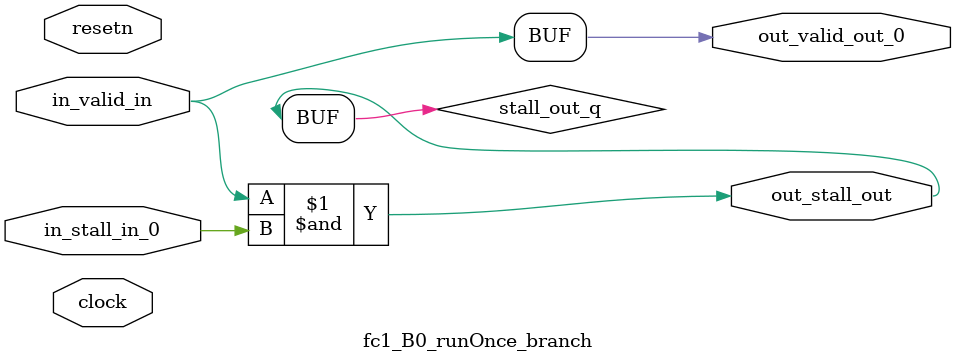
<source format=sv>



(* altera_attribute = "-name AUTO_SHIFT_REGISTER_RECOGNITION OFF; -name MESSAGE_DISABLE 10036; -name MESSAGE_DISABLE 10037; -name MESSAGE_DISABLE 14130; -name MESSAGE_DISABLE 14320; -name MESSAGE_DISABLE 15400; -name MESSAGE_DISABLE 14130; -name MESSAGE_DISABLE 10036; -name MESSAGE_DISABLE 12020; -name MESSAGE_DISABLE 12030; -name MESSAGE_DISABLE 12010; -name MESSAGE_DISABLE 12110; -name MESSAGE_DISABLE 14320; -name MESSAGE_DISABLE 13410; -name MESSAGE_DISABLE 113007; -name MESSAGE_DISABLE 10958" *)
module fc1_B0_runOnce_branch (
    input wire [0:0] in_stall_in_0,
    input wire [0:0] in_valid_in,
    output wire [0:0] out_stall_out,
    output wire [0:0] out_valid_out_0,
    input wire clock,
    input wire resetn
    );

    wire [0:0] stall_out_q;


    // stall_out(LOGICAL,6)
    assign stall_out_q = in_valid_in & in_stall_in_0;

    // out_stall_out(GPOUT,4)
    assign out_stall_out = stall_out_q;

    // out_valid_out_0(GPOUT,5)
    assign out_valid_out_0 = in_valid_in;

endmodule

</source>
